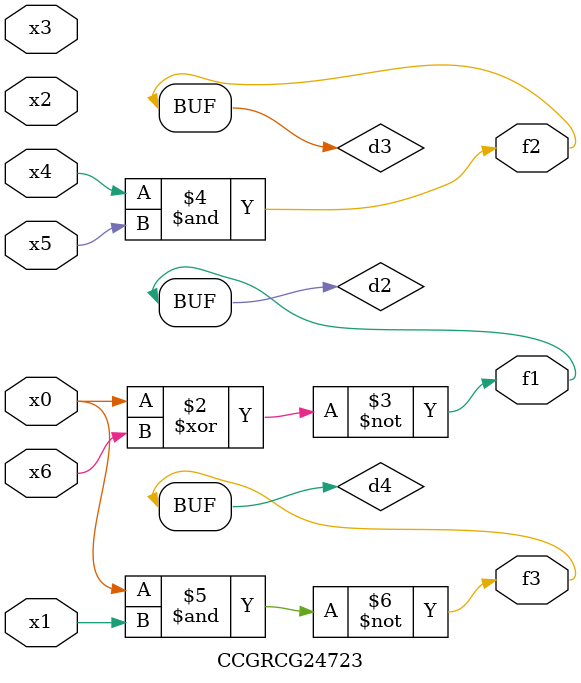
<source format=v>
module CCGRCG24723(
	input x0, x1, x2, x3, x4, x5, x6,
	output f1, f2, f3
);

	wire d1, d2, d3, d4;

	nor (d1, x0);
	xnor (d2, x0, x6);
	and (d3, x4, x5);
	nand (d4, x0, x1);
	assign f1 = d2;
	assign f2 = d3;
	assign f3 = d4;
endmodule

</source>
